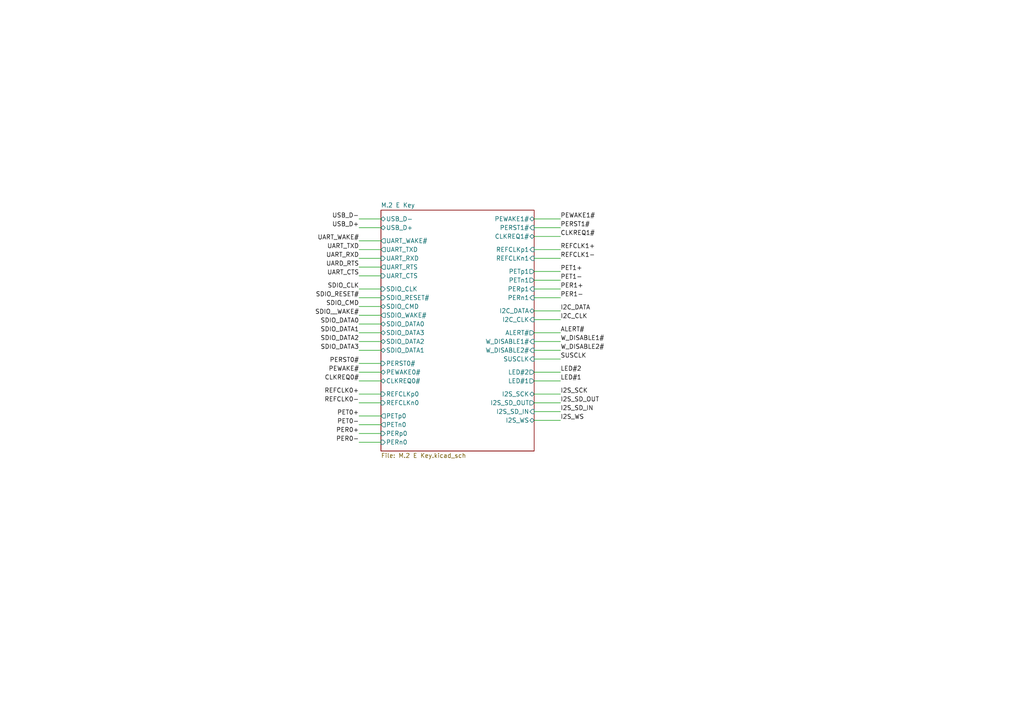
<source format=kicad_sch>
(kicad_sch
	(version 20250114)
	(generator "eeschema")
	(generator_version "9.0")
	(uuid "1d0f9d41-fb54-427a-b9c0-69148f17f49e")
	(paper "A4")
	(lib_symbols)
	(wire
		(pts
			(xy 104.14 110.49) (xy 110.49 110.49)
		)
		(stroke
			(width 0)
			(type default)
		)
		(uuid "0f183176-28ad-4676-90f3-123419445882")
	)
	(wire
		(pts
			(xy 104.14 74.93) (xy 110.49 74.93)
		)
		(stroke
			(width 0)
			(type default)
		)
		(uuid "1122b963-68f9-4257-96f4-3ca677208e4d")
	)
	(wire
		(pts
			(xy 104.14 99.06) (xy 110.49 99.06)
		)
		(stroke
			(width 0)
			(type default)
		)
		(uuid "143a811f-5b62-4faf-a0e1-ee20536593e8")
	)
	(wire
		(pts
			(xy 154.94 110.49) (xy 162.56 110.49)
		)
		(stroke
			(width 0)
			(type default)
		)
		(uuid "160ea125-c4b8-4cb4-bf96-608a6454e442")
	)
	(wire
		(pts
			(xy 104.14 96.52) (xy 110.49 96.52)
		)
		(stroke
			(width 0)
			(type default)
		)
		(uuid "18f01476-afbb-4506-9494-eabe62e53764")
	)
	(wire
		(pts
			(xy 104.14 128.27) (xy 110.49 128.27)
		)
		(stroke
			(width 0)
			(type default)
		)
		(uuid "1a4feacd-6ad4-4e1a-97de-74fa08fc4d04")
	)
	(wire
		(pts
			(xy 154.94 68.58) (xy 162.56 68.58)
		)
		(stroke
			(width 0)
			(type default)
		)
		(uuid "1f9e499b-ea46-499f-999a-aff0a5cc1326")
	)
	(wire
		(pts
			(xy 154.94 96.52) (xy 162.56 96.52)
		)
		(stroke
			(width 0)
			(type default)
		)
		(uuid "2f2ccee4-8daf-4ec9-88a9-5f3b02b3b21c")
	)
	(wire
		(pts
			(xy 154.94 92.71) (xy 162.56 92.71)
		)
		(stroke
			(width 0)
			(type default)
		)
		(uuid "2f77da37-2d5b-42e7-8e75-fb6049e52ca0")
	)
	(wire
		(pts
			(xy 154.94 83.82) (xy 162.56 83.82)
		)
		(stroke
			(width 0)
			(type default)
		)
		(uuid "391f09d9-b344-4eb0-86ea-58891a9e535b")
	)
	(wire
		(pts
			(xy 154.94 74.93) (xy 162.56 74.93)
		)
		(stroke
			(width 0)
			(type default)
		)
		(uuid "3e4eb7a2-e5d3-4f95-90af-6bec941c61c5")
	)
	(wire
		(pts
			(xy 154.94 114.3) (xy 162.56 114.3)
		)
		(stroke
			(width 0)
			(type default)
		)
		(uuid "3f52eb7f-9ca2-4dbc-840d-56f47746644f")
	)
	(wire
		(pts
			(xy 154.94 81.28) (xy 162.56 81.28)
		)
		(stroke
			(width 0)
			(type default)
		)
		(uuid "401337a1-40c1-45f1-8672-4df6366a74b0")
	)
	(wire
		(pts
			(xy 154.94 121.92) (xy 162.56 121.92)
		)
		(stroke
			(width 0)
			(type default)
		)
		(uuid "43d2d2db-de68-47a8-8bca-dd0fde466e7c")
	)
	(wire
		(pts
			(xy 104.14 66.04) (xy 110.49 66.04)
		)
		(stroke
			(width 0)
			(type default)
		)
		(uuid "4c0555cb-6645-473f-b66f-0730f29fe249")
	)
	(wire
		(pts
			(xy 104.14 77.47) (xy 110.49 77.47)
		)
		(stroke
			(width 0)
			(type default)
		)
		(uuid "4d71b649-be8e-4aaf-a44f-ecd2edb54d93")
	)
	(wire
		(pts
			(xy 104.14 123.19) (xy 110.49 123.19)
		)
		(stroke
			(width 0)
			(type default)
		)
		(uuid "68d00f82-03f4-4c76-8c9f-078c252aa273")
	)
	(wire
		(pts
			(xy 104.14 91.44) (xy 110.49 91.44)
		)
		(stroke
			(width 0)
			(type default)
		)
		(uuid "6b1a31d9-0327-44b7-a4ac-49f6165631c9")
	)
	(wire
		(pts
			(xy 154.94 101.6) (xy 162.56 101.6)
		)
		(stroke
			(width 0)
			(type default)
		)
		(uuid "745b4216-38b6-4bb2-b98e-384f1ebbdaa5")
	)
	(wire
		(pts
			(xy 104.14 88.9) (xy 110.49 88.9)
		)
		(stroke
			(width 0)
			(type default)
		)
		(uuid "76f84e07-094a-4131-9071-b41289bc4032")
	)
	(wire
		(pts
			(xy 104.14 69.85) (xy 110.49 69.85)
		)
		(stroke
			(width 0)
			(type default)
		)
		(uuid "782abd08-350c-4152-a23e-7f40fe3ffd3f")
	)
	(wire
		(pts
			(xy 104.14 101.6) (xy 110.49 101.6)
		)
		(stroke
			(width 0)
			(type default)
		)
		(uuid "79b6a753-2529-4a2d-9289-f0247ea0d800")
	)
	(wire
		(pts
			(xy 154.94 119.38) (xy 162.56 119.38)
		)
		(stroke
			(width 0)
			(type default)
		)
		(uuid "82e5a040-f559-450f-a8aa-09aa78f94563")
	)
	(wire
		(pts
			(xy 104.14 105.41) (xy 110.49 105.41)
		)
		(stroke
			(width 0)
			(type default)
		)
		(uuid "8bbdaaad-c0be-41ab-957f-9f28892c12fb")
	)
	(wire
		(pts
			(xy 104.14 125.73) (xy 110.49 125.73)
		)
		(stroke
			(width 0)
			(type default)
		)
		(uuid "8c1ac52d-78f0-460f-a86e-cfbf0aa20095")
	)
	(wire
		(pts
			(xy 104.14 116.84) (xy 110.49 116.84)
		)
		(stroke
			(width 0)
			(type default)
		)
		(uuid "8df12756-905d-4107-a94e-d7217ff1c36a")
	)
	(wire
		(pts
			(xy 104.14 86.36) (xy 110.49 86.36)
		)
		(stroke
			(width 0)
			(type default)
		)
		(uuid "99513d4e-f90e-4fa3-a2de-cba8775d1740")
	)
	(wire
		(pts
			(xy 104.14 80.01) (xy 110.49 80.01)
		)
		(stroke
			(width 0)
			(type default)
		)
		(uuid "9aeaffc6-eb01-4648-8b9e-3b3e06bf193a")
	)
	(wire
		(pts
			(xy 154.94 66.04) (xy 162.56 66.04)
		)
		(stroke
			(width 0)
			(type default)
		)
		(uuid "9c5c679c-d607-4013-a1ac-9132584b2bdd")
	)
	(wire
		(pts
			(xy 154.94 99.06) (xy 162.56 99.06)
		)
		(stroke
			(width 0)
			(type default)
		)
		(uuid "a024cbdd-5fea-4b46-ae04-6e6b133ea759")
	)
	(wire
		(pts
			(xy 104.14 83.82) (xy 110.49 83.82)
		)
		(stroke
			(width 0)
			(type default)
		)
		(uuid "acba51ec-b7b6-46f4-973b-c9ca40aa060f")
	)
	(wire
		(pts
			(xy 154.94 104.14) (xy 162.56 104.14)
		)
		(stroke
			(width 0)
			(type default)
		)
		(uuid "b14bda46-69ee-4c44-8576-bbfbe92ffa34")
	)
	(wire
		(pts
			(xy 154.94 63.5) (xy 162.56 63.5)
		)
		(stroke
			(width 0)
			(type default)
		)
		(uuid "b5d7ed0a-fed3-42fe-904e-8c1eb50272db")
	)
	(wire
		(pts
			(xy 154.94 90.17) (xy 162.56 90.17)
		)
		(stroke
			(width 0)
			(type default)
		)
		(uuid "b925e21b-edaf-46fa-b687-8a6900df4c2a")
	)
	(wire
		(pts
			(xy 104.14 63.5) (xy 110.49 63.5)
		)
		(stroke
			(width 0)
			(type default)
		)
		(uuid "b95b9e3f-823f-421f-894e-466e69eba6e3")
	)
	(wire
		(pts
			(xy 154.94 86.36) (xy 162.56 86.36)
		)
		(stroke
			(width 0)
			(type default)
		)
		(uuid "bd4ec27d-ccd4-4e77-8243-9dded31d06b6")
	)
	(wire
		(pts
			(xy 154.94 78.74) (xy 162.56 78.74)
		)
		(stroke
			(width 0)
			(type default)
		)
		(uuid "bfdd3432-7b7a-46d2-aa1b-1844b7937cf8")
	)
	(wire
		(pts
			(xy 104.14 120.65) (xy 110.49 120.65)
		)
		(stroke
			(width 0)
			(type default)
		)
		(uuid "c580b825-e099-467d-8df6-5399b5a35e1b")
	)
	(wire
		(pts
			(xy 104.14 114.3) (xy 110.49 114.3)
		)
		(stroke
			(width 0)
			(type default)
		)
		(uuid "cfc36dd5-dfe4-4cdf-ac1d-f8fd0a8e21e1")
	)
	(wire
		(pts
			(xy 104.14 93.98) (xy 110.49 93.98)
		)
		(stroke
			(width 0)
			(type default)
		)
		(uuid "e36b228b-5b61-4bdc-96b0-3a3bec4a194f")
	)
	(wire
		(pts
			(xy 104.14 72.39) (xy 110.49 72.39)
		)
		(stroke
			(width 0)
			(type default)
		)
		(uuid "eb9fea76-5d6d-468e-b595-feb0190b1915")
	)
	(wire
		(pts
			(xy 154.94 72.39) (xy 162.56 72.39)
		)
		(stroke
			(width 0)
			(type default)
		)
		(uuid "ec0a45ce-a9fa-4f8d-a31d-de712b9a34c2")
	)
	(wire
		(pts
			(xy 104.14 107.95) (xy 110.49 107.95)
		)
		(stroke
			(width 0)
			(type default)
		)
		(uuid "ecd2c1d2-3ecf-4eac-9eef-540f30661cbe")
	)
	(wire
		(pts
			(xy 154.94 116.84) (xy 162.56 116.84)
		)
		(stroke
			(width 0)
			(type default)
		)
		(uuid "f4c7c941-f305-4fb3-8ffe-71e4a1a16f8f")
	)
	(wire
		(pts
			(xy 154.94 107.95) (xy 162.56 107.95)
		)
		(stroke
			(width 0)
			(type default)
		)
		(uuid "f963914f-5265-4c8f-939e-61cf06596206")
	)
	(label "PET0-"
		(at 104.14 123.19 180)
		(effects
			(font
				(size 1.27 1.27)
			)
			(justify right bottom)
		)
		(uuid "039c7293-c38f-49a1-8770-8e6485f1746b")
	)
	(label "I2C_CLK"
		(at 162.56 92.71 0)
		(effects
			(font
				(size 1.27 1.27)
			)
			(justify left bottom)
		)
		(uuid "1007b4f8-52ba-4eed-9c13-f932105847dd")
	)
	(label "PET1+"
		(at 162.56 78.74 0)
		(effects
			(font
				(size 1.27 1.27)
			)
			(justify left bottom)
		)
		(uuid "11d987c7-d607-405b-a1a3-2eab3ee53d5a")
	)
	(label "PER1+"
		(at 162.56 83.82 0)
		(effects
			(font
				(size 1.27 1.27)
			)
			(justify left bottom)
		)
		(uuid "1426ac63-c094-430c-a094-8a5f8bfc5571")
	)
	(label "I2S_SD_IN"
		(at 162.56 119.38 0)
		(effects
			(font
				(size 1.27 1.27)
			)
			(justify left bottom)
		)
		(uuid "19ab94af-a88f-419f-b966-af87f9402098")
	)
	(label "SDIO_CLK"
		(at 104.14 83.82 180)
		(effects
			(font
				(size 1.27 1.27)
			)
			(justify right bottom)
		)
		(uuid "19e36bf5-a76e-48ec-a78f-241a9515cd78")
	)
	(label "UARD_RTS"
		(at 104.14 77.47 180)
		(effects
			(font
				(size 1.27 1.27)
			)
			(justify right bottom)
		)
		(uuid "1aa6060f-13b3-4d64-9ee9-b196b2ff7e47")
	)
	(label "SDIO_DATA3"
		(at 104.14 101.6 180)
		(effects
			(font
				(size 1.27 1.27)
			)
			(justify right bottom)
		)
		(uuid "1b007ae9-2622-4eb8-928d-aff6d643f389")
	)
	(label "SDIO_CMD"
		(at 104.14 88.9 180)
		(effects
			(font
				(size 1.27 1.27)
			)
			(justify right bottom)
		)
		(uuid "1cb4ab8a-7670-4300-8a40-b0cac121ceda")
	)
	(label "SDIO_DATA0"
		(at 104.14 93.98 180)
		(effects
			(font
				(size 1.27 1.27)
			)
			(justify right bottom)
		)
		(uuid "200c39bd-64a2-43aa-8d3c-d289d9c01989")
	)
	(label "PET0+"
		(at 104.14 120.65 180)
		(effects
			(font
				(size 1.27 1.27)
			)
			(justify right bottom)
		)
		(uuid "24af6ad4-57c6-4a8c-8676-cb71fe5e97ee")
	)
	(label "PEWAKE#"
		(at 104.14 107.95 180)
		(effects
			(font
				(size 1.27 1.27)
			)
			(justify right bottom)
		)
		(uuid "37075ac8-5b23-409c-9443-23f95bddb50a")
	)
	(label "ALERT#"
		(at 162.56 96.52 0)
		(effects
			(font
				(size 1.27 1.27)
			)
			(justify left bottom)
		)
		(uuid "3dbc92c1-3f9e-4ebf-afe4-510abaa8d069")
	)
	(label "PERST0#"
		(at 104.14 105.41 180)
		(effects
			(font
				(size 1.27 1.27)
			)
			(justify right bottom)
		)
		(uuid "407f753b-8961-4f78-be43-8ff8a26992c3")
	)
	(label "REFCLK0-"
		(at 104.14 116.84 180)
		(effects
			(font
				(size 1.27 1.27)
			)
			(justify right bottom)
		)
		(uuid "445a288d-ffbf-4b16-9fe6-4fc18a1316ce")
	)
	(label "REFCLK1+"
		(at 162.56 72.39 0)
		(effects
			(font
				(size 1.27 1.27)
			)
			(justify left bottom)
		)
		(uuid "4b6288d0-7513-430b-a846-b2bbf9ad625f")
	)
	(label "PET1-"
		(at 162.56 81.28 0)
		(effects
			(font
				(size 1.27 1.27)
			)
			(justify left bottom)
		)
		(uuid "4d4f0eab-0a30-46ae-a48a-4a09651a3841")
	)
	(label "UART_RXD"
		(at 104.14 74.93 180)
		(effects
			(font
				(size 1.27 1.27)
			)
			(justify right bottom)
		)
		(uuid "528b945a-e8f8-4313-a088-19c5912cf47d")
	)
	(label "USB_D-"
		(at 104.14 63.5 180)
		(effects
			(font
				(size 1.27 1.27)
			)
			(justify right bottom)
		)
		(uuid "54144fbd-22fb-4405-ba14-a939333423ce")
	)
	(label "REFCLK1-"
		(at 162.56 74.93 0)
		(effects
			(font
				(size 1.27 1.27)
			)
			(justify left bottom)
		)
		(uuid "580259cd-465c-4781-9a0a-2e407b018bac")
	)
	(label "REFCLK0+"
		(at 104.14 114.3 180)
		(effects
			(font
				(size 1.27 1.27)
			)
			(justify right bottom)
		)
		(uuid "5a2ba7f8-3609-4045-9f85-c4ead363b421")
	)
	(label "W_DISABLE2#"
		(at 162.56 101.6 0)
		(effects
			(font
				(size 1.27 1.27)
			)
			(justify left bottom)
		)
		(uuid "6eb79686-974d-40a7-9cdf-727c3b2ca0fc")
	)
	(label "CLKREQ0#"
		(at 104.14 110.49 180)
		(effects
			(font
				(size 1.27 1.27)
			)
			(justify right bottom)
		)
		(uuid "74024e56-9651-46ce-8943-6ae1f683273b")
	)
	(label "SDIO_DATA2"
		(at 104.14 99.06 180)
		(effects
			(font
				(size 1.27 1.27)
			)
			(justify right bottom)
		)
		(uuid "75fa8640-026f-4e8b-adf5-5e595e5a9ec7")
	)
	(label "I2C_DATA"
		(at 162.56 90.17 0)
		(effects
			(font
				(size 1.27 1.27)
			)
			(justify left bottom)
		)
		(uuid "7e158501-202e-4e95-80a6-6e74ab15c5c9")
	)
	(label "USB_D+"
		(at 104.14 66.04 180)
		(effects
			(font
				(size 1.27 1.27)
			)
			(justify right bottom)
		)
		(uuid "83f2e36b-ac31-4bae-a182-7d99497adb6f")
	)
	(label "SDIO_RESET#"
		(at 104.14 86.36 180)
		(effects
			(font
				(size 1.27 1.27)
			)
			(justify right bottom)
		)
		(uuid "8d056183-fa0a-4b95-b9b7-abaed8ee8467")
	)
	(label "PERST1#"
		(at 162.56 66.04 0)
		(effects
			(font
				(size 1.27 1.27)
			)
			(justify left bottom)
		)
		(uuid "9901e08d-2e83-47e6-904d-1b1445aecb17")
	)
	(label "LED#1"
		(at 162.56 110.49 0)
		(effects
			(font
				(size 1.27 1.27)
			)
			(justify left bottom)
		)
		(uuid "a88baaae-9871-41bd-812a-8243506c3a2a")
	)
	(label "CLKREQ1#"
		(at 162.56 68.58 0)
		(effects
			(font
				(size 1.27 1.27)
			)
			(justify left bottom)
		)
		(uuid "aade6e45-24d4-4821-a1fb-eaaad2dd790b")
	)
	(label "SDIO_DATA1"
		(at 104.14 96.52 180)
		(effects
			(font
				(size 1.27 1.27)
			)
			(justify right bottom)
		)
		(uuid "b65fcd8b-4bbf-43a9-afbb-30013ac5df57")
	)
	(label "SDIO__WAKE#"
		(at 104.14 91.44 180)
		(effects
			(font
				(size 1.27 1.27)
			)
			(justify right bottom)
		)
		(uuid "c26fc5fc-06e0-43aa-a563-d2044a44bcdd")
	)
	(label "UART_WAKE#"
		(at 104.14 69.85 180)
		(effects
			(font
				(size 1.27 1.27)
			)
			(justify right bottom)
		)
		(uuid "c8a93025-49f0-48e0-93a3-af6c89016546")
	)
	(label "I2S_SCK"
		(at 162.56 114.3 0)
		(effects
			(font
				(size 1.27 1.27)
			)
			(justify left bottom)
		)
		(uuid "cb5087f0-684e-445f-a847-c3498fcab211")
	)
	(label "I2S_WS"
		(at 162.56 121.92 0)
		(effects
			(font
				(size 1.27 1.27)
			)
			(justify left bottom)
		)
		(uuid "ccf81ef4-dff3-4b79-a94d-954b4f72e3ea")
	)
	(label "PEWAKE1#"
		(at 162.56 63.5 0)
		(effects
			(font
				(size 1.27 1.27)
			)
			(justify left bottom)
		)
		(uuid "cdb2abcb-b9a5-49d9-8fa0-7b2483bdac80")
	)
	(label "PER0-"
		(at 104.14 128.27 180)
		(effects
			(font
				(size 1.27 1.27)
			)
			(justify right bottom)
		)
		(uuid "d194008d-c474-4a24-8540-8756ba4a9205")
	)
	(label "UART_CTS"
		(at 104.14 80.01 180)
		(effects
			(font
				(size 1.27 1.27)
			)
			(justify right bottom)
		)
		(uuid "d31aaa0c-9164-48da-8b96-57ac4c9bf7e0")
	)
	(label "PER1-"
		(at 162.56 86.36 0)
		(effects
			(font
				(size 1.27 1.27)
			)
			(justify left bottom)
		)
		(uuid "e08eebfd-fd5e-4823-8b4e-2142326aa14a")
	)
	(label "I2S_SD_OUT"
		(at 162.56 116.84 0)
		(effects
			(font
				(size 1.27 1.27)
			)
			(justify left bottom)
		)
		(uuid "e0e4fce1-92c1-4627-88cd-c10ba3e55dca")
	)
	(label "UART_TXD"
		(at 104.14 72.39 180)
		(effects
			(font
				(size 1.27 1.27)
			)
			(justify right bottom)
		)
		(uuid "e4ea9675-ad24-4efe-8aab-10f9a42885e1")
	)
	(label "PER0+"
		(at 104.14 125.73 180)
		(effects
			(font
				(size 1.27 1.27)
			)
			(justify right bottom)
		)
		(uuid "e91e5dff-eee8-492b-9a91-3e36ffe19a50")
	)
	(label "W_DISABLE1#"
		(at 162.56 99.06 0)
		(effects
			(font
				(size 1.27 1.27)
			)
			(justify left bottom)
		)
		(uuid "fbcf489d-ddce-423b-b1f3-bc13d44d626c")
	)
	(label "LED#2"
		(at 162.56 107.95 0)
		(effects
			(font
				(size 1.27 1.27)
			)
			(justify left bottom)
		)
		(uuid "ffc37189-03d3-4435-b738-5a7d1a430e79")
	)
	(label "SUSCLK"
		(at 162.56 104.14 0)
		(effects
			(font
				(size 1.27 1.27)
			)
			(justify left bottom)
		)
		(uuid "ffd62c30-5e1c-45ac-9f19-0eeb0eac1e26")
	)
	(sheet
		(at 110.49 60.96)
		(size 44.45 69.85)
		(exclude_from_sim no)
		(in_bom yes)
		(on_board yes)
		(dnp no)
		(fields_autoplaced yes)
		(stroke
			(width 0.1524)
			(type solid)
		)
		(fill
			(color 0 0 0 0.0000)
		)
		(uuid "d9244323-d0d2-42d8-9562-7a770dfe078e")
		(property "Sheetname" "M.2 E Key"
			(at 110.49 60.2484 0)
			(effects
				(font
					(size 1.27 1.27)
				)
				(justify left bottom)
			)
		)
		(property "Sheetfile" "M.2 E Key.kicad_sch"
			(at 110.49 131.3946 0)
			(effects
				(font
					(size 1.27 1.27)
				)
				(justify left top)
			)
		)
		(pin "USB_D-" bidirectional
			(at 110.49 63.5 180)
			(uuid "32d661bd-69cc-41a0-b8b9-4118b63a4a89")
			(effects
				(font
					(size 1.27 1.27)
				)
				(justify left)
			)
		)
		(pin "USB_D+" bidirectional
			(at 110.49 66.04 180)
			(uuid "3cfaa8de-3ddd-49f7-9595-c1e841db728a")
			(effects
				(font
					(size 1.27 1.27)
				)
				(justify left)
			)
		)
		(pin "UART_WAKE#" output
			(at 110.49 69.85 180)
			(uuid "67c45c4b-2800-4b3d-a56d-9a7d549efcf8")
			(effects
				(font
					(size 1.27 1.27)
				)
				(justify left)
			)
		)
		(pin "UART_TXD" output
			(at 110.49 72.39 180)
			(uuid "d3818095-cf0a-4a83-87b4-f55626995a26")
			(effects
				(font
					(size 1.27 1.27)
				)
				(justify left)
			)
		)
		(pin "UART_RTS" output
			(at 110.49 77.47 180)
			(uuid "d9b49176-166f-430f-bcfb-ffdd9ea0204f")
			(effects
				(font
					(size 1.27 1.27)
				)
				(justify left)
			)
		)
		(pin "UART_RXD" input
			(at 110.49 74.93 180)
			(uuid "87ce1e3b-293d-4d02-b09c-b9373ad7a5e7")
			(effects
				(font
					(size 1.27 1.27)
				)
				(justify left)
			)
		)
		(pin "UART_CTS" input
			(at 110.49 80.01 180)
			(uuid "ed9d48ac-1703-4812-a58a-3480f61a10ef")
			(effects
				(font
					(size 1.27 1.27)
				)
				(justify left)
			)
		)
		(pin "SDIO_CLK" input
			(at 110.49 83.82 180)
			(uuid "83bb250c-09ba-454d-9e6e-8fcef40f0505")
			(effects
				(font
					(size 1.27 1.27)
				)
				(justify left)
			)
		)
		(pin "SDIO_RESET#" input
			(at 110.49 86.36 180)
			(uuid "92e89646-f6f4-42df-9fa5-929a6c5ca004")
			(effects
				(font
					(size 1.27 1.27)
				)
				(justify left)
			)
		)
		(pin "SDIO_CMD" bidirectional
			(at 110.49 88.9 180)
			(uuid "1457f2be-fe09-4fb7-8d6d-163e941cdf7f")
			(effects
				(font
					(size 1.27 1.27)
				)
				(justify left)
			)
		)
		(pin "SDIO_WAKE#" output
			(at 110.49 91.44 180)
			(uuid "1a0bdc2d-82bf-4e17-951d-041ef916aee0")
			(effects
				(font
					(size 1.27 1.27)
				)
				(justify left)
			)
		)
		(pin "SDIO_DATA0" bidirectional
			(at 110.49 93.98 180)
			(uuid "1252418f-635c-4aaf-9721-fb4ef587538f")
			(effects
				(font
					(size 1.27 1.27)
				)
				(justify left)
			)
		)
		(pin "SDIO_DATA3" bidirectional
			(at 110.49 96.52 180)
			(uuid "7a79d686-bd46-4b60-b732-0d3cf094aec4")
			(effects
				(font
					(size 1.27 1.27)
				)
				(justify left)
			)
		)
		(pin "SDIO_DATA2" bidirectional
			(at 110.49 99.06 180)
			(uuid "be0ebd0d-a1de-40cd-aaaa-fa3b885ce658")
			(effects
				(font
					(size 1.27 1.27)
				)
				(justify left)
			)
		)
		(pin "SDIO_DATA1" bidirectional
			(at 110.49 101.6 180)
			(uuid "acef5893-e205-416f-bdef-5949cc1384c0")
			(effects
				(font
					(size 1.27 1.27)
				)
				(justify left)
			)
		)
		(pin "PERST0#" input
			(at 110.49 105.41 180)
			(uuid "906442f5-d150-41b9-85cb-69b0b12920bf")
			(effects
				(font
					(size 1.27 1.27)
				)
				(justify left)
			)
		)
		(pin "PEWAKE0#" bidirectional
			(at 110.49 107.95 180)
			(uuid "3919200c-4e41-4a10-85a4-37f446400c47")
			(effects
				(font
					(size 1.27 1.27)
				)
				(justify left)
			)
		)
		(pin "CLKREQ0#" bidirectional
			(at 110.49 110.49 180)
			(uuid "f420606a-e718-419e-91ef-43caf9b056b9")
			(effects
				(font
					(size 1.27 1.27)
				)
				(justify left)
			)
		)
		(pin "REFCLKp0" input
			(at 110.49 114.3 180)
			(uuid "165754dc-faba-4c4b-a12d-2b356945e7a3")
			(effects
				(font
					(size 1.27 1.27)
				)
				(justify left)
			)
		)
		(pin "REFCLKn0" input
			(at 110.49 116.84 180)
			(uuid "39aff50e-8d9e-4087-8464-743634be1231")
			(effects
				(font
					(size 1.27 1.27)
				)
				(justify left)
			)
		)
		(pin "PETn0" output
			(at 110.49 123.19 180)
			(uuid "52d86786-0ae3-43c1-858a-7adbd858a794")
			(effects
				(font
					(size 1.27 1.27)
				)
				(justify left)
			)
		)
		(pin "PETp0" output
			(at 110.49 120.65 180)
			(uuid "ab82e769-b5db-41af-be41-52813a438602")
			(effects
				(font
					(size 1.27 1.27)
				)
				(justify left)
			)
		)
		(pin "PERn0" input
			(at 110.49 128.27 180)
			(uuid "64d2f596-5e21-4ff0-ba17-60cd0a23b773")
			(effects
				(font
					(size 1.27 1.27)
				)
				(justify left)
			)
		)
		(pin "PERp0" input
			(at 110.49 125.73 180)
			(uuid "84c17d8e-b64a-4b17-aa03-215a617831e7")
			(effects
				(font
					(size 1.27 1.27)
				)
				(justify left)
			)
		)
		(pin "PEWAKE1#" bidirectional
			(at 154.94 63.5 0)
			(uuid "8ce4c7c3-5560-4f08-afa5-b7336ffedba9")
			(effects
				(font
					(size 1.27 1.27)
				)
				(justify right)
			)
		)
		(pin "PERST1#" input
			(at 154.94 66.04 0)
			(uuid "251bd802-a75a-4ba5-8d2c-b97636cee9e0")
			(effects
				(font
					(size 1.27 1.27)
				)
				(justify right)
			)
		)
		(pin "CLKREQ1#" bidirectional
			(at 154.94 68.58 0)
			(uuid "fe6e7947-b7cd-45a9-8120-efe8fc864153")
			(effects
				(font
					(size 1.27 1.27)
				)
				(justify right)
			)
		)
		(pin "REFCLKn1" input
			(at 154.94 74.93 0)
			(uuid "b2ea5ca0-97d0-4399-8922-36a23461a098")
			(effects
				(font
					(size 1.27 1.27)
				)
				(justify right)
			)
		)
		(pin "REFCLKp1" input
			(at 154.94 72.39 0)
			(uuid "0fa0179c-6da1-45a8-ae61-f8c43333558c")
			(effects
				(font
					(size 1.27 1.27)
				)
				(justify right)
			)
		)
		(pin "PETn1" output
			(at 154.94 81.28 0)
			(uuid "531c815d-575e-4e66-ba35-b67f365352a0")
			(effects
				(font
					(size 1.27 1.27)
				)
				(justify right)
			)
		)
		(pin "PETp1" output
			(at 154.94 78.74 0)
			(uuid "c2e08374-6d10-4e96-9613-53cd8ecf865b")
			(effects
				(font
					(size 1.27 1.27)
				)
				(justify right)
			)
		)
		(pin "PERp1" input
			(at 154.94 83.82 0)
			(uuid "22c6ca15-0a87-4602-8880-c3e6c9a44dab")
			(effects
				(font
					(size 1.27 1.27)
				)
				(justify right)
			)
		)
		(pin "PERn1" input
			(at 154.94 86.36 0)
			(uuid "628803d9-d26f-44bd-9fbd-e9f12ceeb5d8")
			(effects
				(font
					(size 1.27 1.27)
				)
				(justify right)
			)
		)
		(pin "I2C_DATA" bidirectional
			(at 154.94 90.17 0)
			(uuid "f864b18a-454f-4da1-afdd-fa383cb6e5b0")
			(effects
				(font
					(size 1.27 1.27)
				)
				(justify right)
			)
		)
		(pin "I2C_CLK" input
			(at 154.94 92.71 0)
			(uuid "a64c742a-6f1b-4b10-9f8e-8373aa93e21c")
			(effects
				(font
					(size 1.27 1.27)
				)
				(justify right)
			)
		)
		(pin "ALERT#" output
			(at 154.94 96.52 0)
			(uuid "702f763c-9ffb-4828-9b7c-407bb653436a")
			(effects
				(font
					(size 1.27 1.27)
				)
				(justify right)
			)
		)
		(pin "W_DISABLE1#" input
			(at 154.94 99.06 0)
			(uuid "4b274326-8f0c-4ff2-8813-6f5a4305cfe3")
			(effects
				(font
					(size 1.27 1.27)
				)
				(justify right)
			)
		)
		(pin "SUSCLK" input
			(at 154.94 104.14 0)
			(uuid "dfd282e5-9443-4831-a78e-362804ddb89b")
			(effects
				(font
					(size 1.27 1.27)
				)
				(justify right)
			)
		)
		(pin "W_DISABLE2#" input
			(at 154.94 101.6 0)
			(uuid "7df89f39-dbf0-47a2-89c7-a2dce0a14ecd")
			(effects
				(font
					(size 1.27 1.27)
				)
				(justify right)
			)
		)
		(pin "LED#2" output
			(at 154.94 107.95 0)
			(uuid "51cbddc6-1ad0-406b-91b4-b4ea77ab48a3")
			(effects
				(font
					(size 1.27 1.27)
				)
				(justify right)
			)
		)
		(pin "LED#1" output
			(at 154.94 110.49 0)
			(uuid "f29f2196-8639-4775-ba33-4e56bd5e8235")
			(effects
				(font
					(size 1.27 1.27)
				)
				(justify right)
			)
		)
		(pin "I2S_SCK" bidirectional
			(at 154.94 114.3 0)
			(uuid "a1310feb-51f0-4b79-a489-5ff05924ac6e")
			(effects
				(font
					(size 1.27 1.27)
				)
				(justify right)
			)
		)
		(pin "I2S_SD_OUT" output
			(at 154.94 116.84 0)
			(uuid "234e9386-04b0-4a33-92cc-af41fa8fd43a")
			(effects
				(font
					(size 1.27 1.27)
				)
				(justify right)
			)
		)
		(pin "I2S_WS" bidirectional
			(at 154.94 121.92 0)
			(uuid "709c6d50-b5f2-485c-a5f4-d3966f179bb3")
			(effects
				(font
					(size 1.27 1.27)
				)
				(justify right)
			)
		)
		(pin "I2S_SD_IN" input
			(at 154.94 119.38 0)
			(uuid "659424b1-898b-4f2b-a702-7b7533b4497d")
			(effects
				(font
					(size 1.27 1.27)
				)
				(justify right)
			)
		)
		(instances
			(project "M.2 E Key 3030"
				(path "/1d0f9d41-fb54-427a-b9c0-69148f17f49e"
					(page "2")
				)
			)
		)
	)
	(sheet_instances
		(path "/"
			(page "1")
		)
	)
	(embedded_fonts no)
)

</source>
